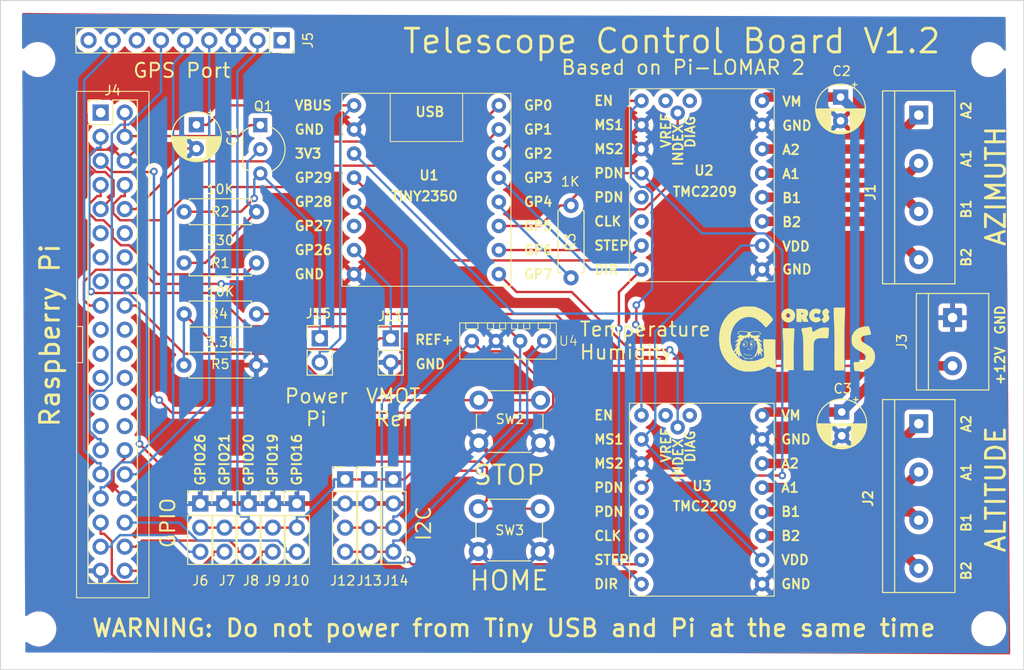
<source format=kicad_pcb>
(kicad_pcb (version 20240108) (generator "pcbnew") (generator_version "8.0")
  (layers (0 "F.Cu" signal) (31 "B.Cu" signal) (34 "B.Paste" user) (35 "F.Paste" user) (36 "B.SilkS" user "B.Silkscreen") (37 "F.SilkS" user "F.Silkscreen") (38 "B.Mask" user) (39 "F.Mask" user) (44 "Edge.Cuts" user))
  (net 0 "")
  (net 1 "VTINY")
  (net 2 "GND")
  (net 3 "VMOT")
  (net 4 "Net-(J1-Pin_1)")
  (net 5 "Net-(J1-Pin_2)")
  (net 6 "Net-(J1-Pin_3)")
  (net 7 "Net-(J1-Pin_4)")
  (net 8 "Net-(J2-Pin_1)")
  (net 9 "Net-(J2-Pin_2)")
  (net 10 "Net-(J2-Pin_3)")
  (net 11 "Net-(J2-Pin_4)")
  (net 13 "5V")
  (net 14 "TSWITCH")
  (net 15 "TX2RX")
  (net 16 "RX2TX")
  (net 29 "GPSFIX")
  (net 30 "GPSEN")
  (net 31 "Net-(Q1-B)")
  (net 32 "Net-(U1-GP4)")
  (net 33 "3V3")
  (net 34 "EN")
  (net 35 "VIN")
  (net 36 "GPSRX")
  (net 37 "GPSTX")
  (net 51 "AZMSTEP")
  (net 52 "ALTSTEP")
  (net 53 "AZMDIAG")
  (net 54 "ALTDIAG")
  (net 55 "DIR")
  (net 56 "UART")
  (net 57 "SDA")
  (net 58 "SCL")
  (net 59 "GPIO19")
  (net 60 "GPIO16")
  (net 61 "GPIO26")
  (net 62 "GPIO20")
  (net 63 "GPIO21")
  (net 64 "Net-(J4-Pin_16)")
  (net 65 "Net-(J4-Pin_18)")
  (net 66 "Net-(J11-Pin_1)")
  (net 69 "Net-(J15-Pin_1)")
  (footprint "Connector_PinHeader_2.54mm:PinHeader_1x03_P2.54mm_Vertical" (layer "F.Cu") (at 127.8382 106.1974)
    (property "Reference" "J9")
    (property "Value" "GPI19")
  )
  (footprint "TerminalBlock:TerminalBlock_bornier-2_P5.08mm" (layer "F.Cu") (at 199.39 86.614 -90)
    (property "Reference" "J3")
    (property "Value" "Power 12V")
  )
  (footprint "Capacitor_THT:CP_Radial_D5.0mm_P2.50mm" (layer "F.Cu") (at 119.8118 66.3086 -90)
    (property "Reference" "C1")
    (property "Value" "47uF")
  )
  (footprint "MountingHole:MountingHole_3.2mm_M3" (layer "F.Cu") (at 103.124 59.436)
    (property "Reference" "H1" (hide yes))
    (property "Value" "MountingHole_3.2mm_M3")
  )
  (footprint "TerminalBlock:TerminalBlock_bornier-4_P5.08mm" (layer "F.Cu") (at 195.834 65.278 -90)
    (property "Reference" "J1")
    (property "Value" "Azimuth")
  )
  (footprint "Library:TMC2209" (layer "F.Cu") (at 175.5394 90.551)
    (property "Reference" "U3")
    (property "Value" "~")
  )
  (footprint "Library:Tiny2350" (layer "F.Cu") (at 144.018 57.912)
    (property "Reference" "U1")
    (property "Value" "~")
  )
  (footprint "Connector_PinHeader_2.54mm:PinHeader_1x02_P2.54mm_Vertical" (layer "F.Cu") (at 140.2588 88.7934)
    (property "Reference" "J11")
    (property "Value" "VMOTRef")
  )
  (footprint "Connector_PinHeader_2.54mm:PinHeader_1x03_P2.54mm_Vertical" (layer "F.Cu") (at 125.2982 106.1974)
    (property "Reference" "J8")
    (property "Value" "GPI20")
  )
  (footprint "Connector_PinHeader_2.54mm:PinHeader_1x02_P2.54mm_Vertical" (layer "F.Cu") (at 132.7912 88.7934)
    (property "Reference" "J15")
    (property "Value" "TinyPower")
  )
  (footprint "Button_Switch_THT:SW_PUSH_6mm_H5mm" (layer "F.Cu") (at 149.5309 95.3114)
    (property "Reference" "SW2")
    (property "Value" "HOME")
  )
  (footprint "Package_TO_SOT_THT:TO-92_Inline_Wide" (layer "F.Cu") (at 126.5384 66.3448 -90)
    (property "Reference" "Q1")
    (property "Value" "BC548")
  )
  (footprint "Connector_PinHeader_2.54mm:PinHeader_1x03_P2.54mm_Vertical" (layer "F.Cu") (at 122.7582 106.1974)
    (property "Reference" "J7")
    (property "Value" "GPIO21")
  )
  (footprint "Connector_PinHeader_2.54mm:PinHeader_1x03_P2.54mm_Vertical" (layer "F.Cu") (at 120.2182 106.1974)
    (property "Reference" "J6")
    (property "Value" "GPIO26")
  )
  (footprint "Capacitor_THT:CP_Radial_D5.0mm_P2.50mm" (layer "F.Cu") (at 187.7314 96.5616 -90)
    (property "Reference" "C3")
    (property "Value" "47uF")
  )
  (footprint "TerminalBlock:TerminalBlock_bornier-4_P5.08mm" (layer "F.Cu") (at 195.834 97.79 -90)
    (property "Reference" "J2")
    (property "Value" "Altitude")
  )
  (footprint "Connector_PinHeader_2.54mm:PinHeader_1x04_P2.54mm_Vertical" (layer "F.Cu") (at 140.5382 103.6574)
    (property "Reference" "J14")
    (property "Value" "I2C")
  )
  (footprint "MountingHole:MountingHole_3.2mm_M3" (layer "F.Cu") (at 103.2256 119.4054)
    (property "Reference" "H4" (hide yes))
    (property "Value" "MountingHole_3.2mm_M3")
  )
  (footprint "Capacitor_THT:CP_Radial_D5.0mm_P2.50mm" (layer "F.Cu") (at 187.6044 63.3892 -90)
    (property "Reference" "C2")
    (property "Value" "47uF")
  )
  (footprint "Library:AM2320" (layer "F.Cu") (at 161.7488 89.0778 -90)
    (property "Reference" "U4")
    (property "Value" "~")
  )
  (footprint "Resistor_THT:R_Axial_DIN0207_L6.3mm_D2.5mm_P7.62mm_Horizontal" (layer "F.Cu") (at 118.491 91.6178)
    (property "Reference" "R5")
    (property "Value" "3.3K")
  )
  (footprint "Connector_PinHeader_2.54mm:PinHeader_2x20_P2.54mm_Vertical" (layer "F.Cu") (at 109.728 65.024)
    (property "Reference" "J4")
    (property "Value" "Pi Connector")
  )
  (footprint "Resistor_THT:R_Axial_DIN0207_L6.3mm_D2.5mm_P7.62mm_Horizontal" (layer "F.Cu") (at 159.2326 82.423 90)
    (property "Reference" "R3")
    (property "Value" "1K")
  )
  (footprint "MountingHole:MountingHole_3.2mm_M3" (layer "F.Cu") (at 203.2 119.38)
    (property "Reference" "H3" (hide yes))
    (property "Value" "MountingHole_3.2mm_M3")
  )
  (footprint "Button_Switch_THT:SW_PUSH_6mm_H5mm" (layer "F.Cu") (at 149.4802 106.7414)
    (property "Reference" "SW3")
    (property "Value" "STOP")
  )
  (footprint "Resistor_THT:R_Axial_DIN0207_L6.3mm_D2.5mm_P7.62mm_Horizontal" (layer "F.Cu") (at 126.1364 75.4634 180)
    (property "Reference" "R2")
    (property "Value" "10K")
  )
  (footprint "Connector_PinHeader_2.54mm:PinHeader_1x03_P2.54mm_Vertical" (layer "F.Cu") (at 130.3782 106.1974)
    (property "Reference" "J10")
    (property "Value" "GPI16")
  )
  (footprint "Connector_PinSocket_2.54mm:PinSocket_1x09_P2.54mm_Vertical" (layer "F.Cu") (at 128.778 57.404 -90)
    (property "Reference" "J5")
    (property "Value" "GPS Module")
  )
  (footprint "LOGO" (layer "F.Cu") (at 183.1086 88.9254)
    (property "Reference" "G99" (hide yes))
    (property "Value" "LOGO" (hide yes))
  )
  (footprint "Connector_PinHeader_2.54mm:PinHeader_1x04_P2.54mm_Vertical" (layer "F.Cu") (at 137.9982 103.6574)
    (property "Reference" "J13")
    (property "Value" "I2C")
  )
  (footprint "Connector_PinHeader_2.54mm:PinHeader_1x04_P2.54mm_Vertical" (layer "F.Cu") (at 135.4582 103.6574)
    (property "Reference" "J12")
    (property "Value" "I2C")
  )
  (footprint "Resistor_THT:R_Axial_DIN0207_L6.3mm_D2.5mm_P7.62mm_Horizontal" (layer "F.Cu") (at 118.5164 86.233)
    (property "Reference" "R4")
    (property "Value" "10K")
  )
  (footprint "MountingHole:MountingHole_3.2mm_M3" (layer "F.Cu") (at 203.2 59.436)
    (property "Reference" "H2" (hide yes))
    (property "Value" "MountingHole_3.2mm_M3")
  )
  (footprint "Library:TMC2209" (layer "F.Cu") (at 175.5394 57.431)
    (property "Reference" "U2")
    (property "Value" "~")
  )
  (footprint "Resistor_THT:R_Axial_DIN0207_L6.3mm_D2.5mm_P7.62mm_Horizontal" (layer "F.Cu") (at 126.1364 80.8482 180)
    (property "Reference" "R1")
    (property "Value" "330")
  )
  (gr_rect (start 107.193 87.548) (end 107.828 91.358) (stroke (width 0.1)) (fill none) (layer "F.SilkS"))
  (gr_rect (start 107.193 62.783) (end 114.813 116.123) (stroke (width 0.1)) (fill none) (layer "F.SilkS"))
  (gr_rect (start 99.187 53.213) (end 206.883 123.698) (stroke (width 0.1)) (fill none) (layer "Edge.Cuts"))
  (gr_text "WARNING: Do not power from Tiny USB and Pi at the same time" (at 197.7644 120.3706 0) (layer "F.SilkS") (effects (font (size 1.8 1.8) (thickness 0.3)) (justify right bottom)))
  (gr_text "A1" (at 201.422 69.85 90) (layer "F.SilkS") (effects (font (size 1 1) (thickness 0.2) (bold yes)) (justify bottom)))
  (gr_text "ALTITUDE" (at 205.105 111.506 90) (layer "F.SilkS") (effects (font (size 2 2) (thickness 0.3)) (justify left bottom)))
  (gr_text "GPS Port" (at 113.03 61.468 0) (layer "F.SilkS") (effects (font (size 1.5 1.5) (thickness 0.2)) (justify left bottom)))
  (gr_text "A2" (at 201.422 97.79 90) (layer "F.SilkS") (effects (font (size 1 1) (thickness 0.2) (bold yes)) (justify bottom)))
  (gr_text "GPIO20" (at 125.2982 104.4194 90) (layer "F.SilkS") (effects (font (size 1 1) (thickness 0.2) (bold yes)) (justify left)))
  (gr_text "HOME" (at 148.412343 115.4938 0) (layer "F.SilkS") (effects (font (size 2 2) (thickness 0.25)) (justify left bottom)))
  (gr_text "GPIO21" (at 122.7582 104.4194 90) (layer "F.SilkS") (effects (font (size 1 1) (thickness 0.2) (bold yes)) (justify left)))
  (gr_text "GPIO16" (at 130.3782 104.4194 90) (layer "F.SilkS") (effects (font (size 1 1) (thickness 0.2) (bold yes)) (justify left)))
  (gr_text "A2" (at 201.422 64.77 90) (layer "F.SilkS") (effects (font (size 1 1) (thickness 0.2) (bold yes)) (justify bottom)))
  (gr_text "GND" (at 142.7734 91.5162 0) (layer "F.SilkS") (effects (font (size 1 1) (thickness 0.2) (bold yes)) (justify left)))
  (gr_text "Power\nPi" (at 132.4356 98.171 0) (layer "F.SilkS") (effects (font (size 1.5 1.5) (thickness 0.2)) (justify bottom)))
  (gr_text "B1" (at 201.422 108.204 90) (layer "F.SilkS") (effects (font (size 1 1) (thickness 0.2) (bold yes)) (justify bottom)))
  (gr_text "GND" (at 204.978 86.868 90) (layer "F.SilkS") (effects (font (size 1 1) (thickness 0.2) (bold yes)) (justify bottom)))
  (gr_text "GPIO" (at 117.6782 111.0234 90) (layer "F.SilkS") (effects (font (size 1.5 1.5) (thickness 0.2)) (justify left bottom)))
  (gr_text "A1" (at 201.422 102.87 90) (layer "F.SilkS") (effects (font (size 1 1) (thickness 0.2) (bold yes)) (justify bottom)))
  (gr_text "Telescope Control Board V1.2" (at 141.351 58.9534 0) (layer "F.SilkS") (effects (font (size 2.5 2.5) (thickness 0.3)) (justify left bottom)))
  (gr_text "+12V" (at 204.978 91.694 90) (layer "F.SilkS") (effects (font (size 1 1) (thickness 0.2) (bold yes)) (justify bottom)))
  (gr_text "GPIO19" (at 127.8382 104.4194 90) (layer "F.SilkS") (effects (font (size 1 1) (thickness 0.2) (bold yes)) (justify left)))
  (gr_text "B2" (at 201.422 113.284 90) (layer "F.SilkS") (effects (font (size 1 1) (thickness 0.2) (bold yes)) (justify bottom)))
  (gr_text "I2C" (at 144.6022 110.2614 90) (layer "F.SilkS") (effects (font (size 1.5 1.5) (thickness 0.2)) (justify left bottom)))
  (gr_text "B2" (at 201.422 80.264 90) (layer "F.SilkS") (effects (font (size 1 1) (thickness 0.2) (bold yes)) (justify bottom)))
  (gr_text "Based on Pi-LOMAR 2" (at 158.0896 61.1378 0) (layer "F.SilkS") (effects (font (size 1.5 1.5) (thickness 0.2)) (justify left bottom)))
  (gr_text "REF+" (at 142.7226 88.9508 0) (layer "F.SilkS") (effects (font (size 1 1) (thickness 0.2) (bold yes)) (justify left)))
  (gr_text "Raspberry Pi" (at 105.5624 98.298 90) (layer "F.SilkS") (effects (font (size 2 2) (thickness 0.3)) (justify left bottom)))
  (gr_text "VMOT\nRef" (at 140.5128 98.171 0) (layer "F.SilkS") (effects (font (size 1.5 1.5) (thickness 0.2)) (justify bottom)))
  (gr_text "STOP" (at 148.844 104.3686 0) (layer "F.SilkS") (effects (font (size 2 2) (thickness 0.25)) (justify left bottom)))
  (gr_text "GPIO26" (at 120.2182 104.4194 90) (layer "F.SilkS") (effects (font (size 1 1) (thickness 0.2) (bold yes)) (justify left)))
  (gr_text "AZIMUTH" (at 205.105 79.248 90) (layer "F.SilkS") (effects (font (size 2 2) (thickness 0.3)) (justify left bottom)))
  (gr_text "Temperature\nHumidity" (at 160.02 91.1352 0) (layer "F.SilkS") (effects (font (size 1.5 1.5) (thickness 0.2)) (justify left bottom)))
  (gr_text "B1" (at 201.422 75.184 90) (layer "F.SilkS") (effects (font (size 1 1) (thickness 0.2) (bold yes)) (justify bottom)))
  (segment (start 136.398 64.262) (end 122.9851 64.262) (width 0.25) (layer "F.Cu") (net 1))
  (segment (start 119.8118 66.3086) (end 120.9385 66.3086) (width 0.25) (layer "F.Cu") (net 1))
  (segment (start 122.9851 64.262) (end 120.9385 66.3086) (width 0.25) (layer "F.Cu") (net 1))
  (segment (start 134.9451 65.7148) (end 134.9452 65.7148) (width 0.25) (layer "B.Cu") (net 1))
  (segment (start 132.7912 91.3334) (end 132.7912 90.1567) (width 0.25) (layer "B.Cu") (net 1))
  (segment (start 134.9451 88.8118) (end 134.9451 65.7148) (width 0.25) (layer "B.Cu") (net 1))
  (segment (start 133.6002 90.1567) (end 134.9451 88.8118) (width 0.25) (layer "B.Cu") (net 1))
  (segment (start 134.9452 65.7148) (end 136.398 64.262) (width 0.25) (layer "B.Cu") (net 1))
  (segment (start 132.7912 90.1567) (end 133.6002 90.1567) (width 0.25) (layer "B.Cu") (net 1))
  (segment (start 111.093 72.157299) (end 111.093 73.819) (width 0.25) (layer "F.Cu") (net 2))
  (segment (start 112.268 101.462299) (end 111.093 102.637299) (width 0.25) (layer "F.Cu") (net 2))
  (segment (start 108.553 70.590701) (end 109.241299 71.279) (width 0.25) (layer "F.Cu") (net 2))
  (segment (start 111.093 68.929) (end 109.241299 68.929) (width 0.25) (layer "F.Cu") (net 2))
  (segment (start 112.268 70.104) (end 113.5634 68.8086) (width 0.25) (layer "F.Cu") (net 2))
  (segment (start 113.5634 68.8086) (end 119.8118 68.8086) (width 0.25) (layer "F.Cu") (net 2))
  (segment (start 109.241299 68.929) (end 108.553 69.617299) (width 0.25) (layer "F.Cu") (net 2))
  (segment (start 109.241299 71.279) (end 110.214701 71.279) (width 0.25) (layer "F.Cu") (net 2))
  (segment (start 111.093 102.637299) (end 111.093 104.489) (width 0.25) (layer "F.Cu") (net 2))
  (segment (start 108.553 69.617299) (end 108.553 70.590701) (width 0.25) (layer "F.Cu") (net 2))
  (segment (start 111.093 104.489) (end 112.268 105.664) (width 0.25) (layer "F.Cu") (net 2))
  (segment (start 110.214701 71.279) (end 111.093 72.157299) (width 0.25) (layer "F.Cu") (net 2))
  (segment (start 111.093 73.819) (end 109.728 75.184) (width 0.25) (layer "F.Cu") (net 2))
  (segment (start 112.268 100.584) (end 112.268 101.462299) (width 0.25) (layer "F.Cu") (net 2))
  (segment (start 112.268 70.104) (end 111.093 68.929) (width 0.25) (layer "F.Cu") (net 2))
  (segment (start 179.3492 96.9008) (end 179.349 96.901) (width 1) (layer "F.Cu") (net 3))
  (segment (start 187.604 63.3892) (end 179.741 63.3892) (width 1) (layer "F.Cu") (net 3))
  (segment (start 179.3494 63.781) (end 179.3492 63.7808) (width 0.25) (layer "F.Cu") (net 3))
  (segment (start 199.39 91.694) (end 192.599 91.694) (width 1) (layer "F.Cu") (net 3))
  (segment (start 192.599 91.694) (end 187.731 96.5616) (width 1) (layer "F.Cu") (net 3))
  (segment (start 183.71 96.5616) (end 179.689 96.5616) (width 1) (layer "F.Cu") (net 3))
  (segment (start 179.3494 96.901) (end 179.3492 96.9008) (width 0.25) (layer "F.Cu") (net 3))
  (segment (start 179.689 96.5616) (end 179.3492 96.9008) (width 1) (layer "F.Cu") (net 3))
  (segment (start 179.3492 63.7808) (end 179.349 63.781) (width 1) (layer "F.Cu") (net 3))
  (segment (start 183.71 96.5616) (end 187.7314 96.5616) (width 0.25) (layer "F.Cu") (net 3))
  (segment (start 187.604 63.3892) (end 187.6044 63.3892) (width 0.25) (layer "F.Cu") (net 3))
  (segment (start 179.741 63.3892) (end 179.3492 63.7808) (width 1) (layer "F.Cu") (net 3))
  (segment (start 187.731 96.5616) (end 183.71 96.5616) (width 1) (layer "F.Cu") (net 3))
  (segment (start 157.6048 86.233) (end 126.1364 86.233) (width 0.25) (layer "F.Cu") (net 3))
  (segment (start 192.599 91.694) (end 163.0658 91.694) (width 0.25) (layer "F.Cu") (net 3))
  (segment (start 163.0658 91.694) (end 157.6048 86.233) (width 0.25) (layer "F.Cu") (net 3))
  (segment (start 189.104 95.1886) (end 187.7314 96.5612) (width 1) (layer "B.Cu") (net 3))
  (segment (start 189.104 64.8892) (end 189.104 95.1886) (width 1) (layer "B.Cu") (net 3))
  (segment (start 187.7314 96.5612) (end 187.731 96.5616) (width 1) (layer "B.Cu") (net 3))
  (segment (start 187.7314 96.5612) (end 187.7314 96.5616) (width 0.25) (layer "B.Cu") (net 3))
  (segment (start 187.604 63.3892) (end 187.6044 63.3896) (width 1) (layer "B.Cu") (net 3))
  (segment (start 187.6044 63.3896) (end 187.6044 63.3892) (width 0.25) (layer "B.Cu") (net 3))
  (segment (start 187.6044 63.3896) (end 189.104 64.8892) (width 1) (layer "B.Cu") (net 3))
  (segment (start 192.251 68.861) (end 195.834 65.278) (width 1) (layer "F.Cu") (net 4))
  (segment (start 179.349 68.861) (end 179.3494 68.861) (width 1) (layer "F.Cu") (net 4))
  (segment (start 179.3494 68.861) (end 192.251 68.861) (width 1) (layer "F.Cu") (net 4))
  (segment (start 179.3494 71.401) (end 194.791 71.401) (width 1) (layer "F.Cu") (net 5))
  (segment (start 179.349 71.401) (end 179.3494 71.401) (width 1) (layer "F.Cu") (net 5))
  (segment (start 194.791 71.401) (end 195.834 70.358) (width 1) (layer "F.Cu") (net 5))
  (segment (start 179.3494 73.941) (end 194.337 73.941) (width 1) (layer "F.Cu") (net 6))
  (segment (start 179.349 73.941) (end 179.3494 73.941) (width 1) (layer "F.Cu") (net 6))
  (segment (start 194.337 73.941) (end 195.834 75.438) (width 1) (layer "F.Cu") (net 6))
  (segment (start 179.349 76.481) (end 179.3494 76.481) (width 1) (layer "F.Cu") (net 7))
  (segment (start 191.797 76.481) (end 195.834 80.518) (width 1) (layer "F.Cu") (net 7))
  (segment (start 179.3494 76.481) (end 191.797 76.481) (width 1) (layer "F.Cu") (net 7))
  (segment (start 179.3494 101.981) (end 191.643 101.981) (width 1) (layer "F.Cu") (net 8))
  (segment (start 179.349 101.981) (end 179.3494 101.981) (width 1) (layer "F.Cu") (net 8))
  (segment (start 191.643 101.981) (end 195.834 97.79) (width 1) (layer "F.Cu") (net 8))
  (segment (start 179.3494 104.521) (end 194.183 104.521) (width 1) (layer "F.Cu") (net 9))
  (segment (start 194.183 104.521) (end 195.834 102.87) (width 1) (layer "F.Cu") (net 9))
  (segment (start 179.349 104.521) (end 179.3494 104.521) (width 1) (layer "F.Cu") (net 9))
  (segment (start 179.349 107.061) (end 179.3494 107.061) (width 1) (layer "F.Cu") (net 10))
  (segment (start 194.945 107.061) (end 195.834 107.95) (width 1) (layer "F.Cu") (net 10))
  (segment (start 179.3494 107.061) (end 194.945 107.061) (width 1) (layer "F.Cu") (net 10))
  (segment (start 179.349 109.601) (end 179.3494 109.601) (width 1) (layer "F.Cu") (net 11))
  (segment (start 179.3494 109.601) (end 192.405 109.601) (width 1) (layer "F.Cu") (net 11))
  (segment (start 192.405 109.601) (end 195.834 113.03) (width 1) (layer "F.Cu") (net 11))
  (segment (start 112.268 67.4962) (end 124.3103 67.4962) (width 0.25) (layer "F.Cu") (net 13))
  (segment (start 124.3103 67.4962) (end 125.4617 66.3448) (width 0.25) (layer "F.Cu") (net 13))
  (segment (start 112.268 67.4962) (end 112.268 67.564) (width 0.25) (layer "F.Cu") (net 13))
  (segment (start 126.5384 66.3448) (end 125.4617 66.3448) (width 0.25) (layer "F.Cu") (net 13))
  (segment (start 112.268 65.024) (end 112.268 67.4962) (width 0.25) (layer "F.Cu") (net 13))
  (segment (start 110.0436 76.3607) (end 110.998 77.3151) (width 0.25) (layer "F.Cu") (net 14))
  (segment (start 124.9359 82.0487) (end 126.1364 80.8482) (width 0.25) (layer "F.Cu") (net 14))
  (segment (start 109.728 72.644) (end 109.728 73.8207) (width 0.25) (layer "F.Cu") (net 14))
  (segment (start 109.2383 76.3607) (end 110.0436 76.3607) (width 0.25) (layer "F.Cu") (net 14))
  (segment (start 111.8372 78.994) (end 112.7406 78.994) (width 0.25) (layer "F.Cu") (net 14))
  (segment (start 110.998 77.3151) (end 110.998 78.1548) (width 0.25) (layer "F.Cu") (net 14))
  (segment (start 115.7953 82.0487) (end 124.9359 82.0487) (width 0.25) (layer "F.Cu") (net 14))
  (segment (start 110.998 78.1548) (end 111.8372 78.994) (width 0.25) (layer "F.Cu") (net 14))
  (segment (start 112.7406 78.994) (end 115.7953 82.0487) (width 0.25) (layer "F.Cu") (net 14))
  (segment (start 109.3603 73.8207) (end 108.5372 74.6438) (width 0.25) (layer "F.Cu") (net 14))
  (segment (start 108.5372 75.6596) (end 109.2383 76.3607) (width 0.25) (layer "F.Cu") (net 14))
  (segment (start 108.5372 74.6438) (end 108.5372 75.6596) (width 0.25) (layer "F.Cu") (net 14))
  (segment (start 109.728 73.8207) (end 109.3603 73.8207) (width 0.25) (layer "F.Cu") (net 14))
  (segment (start 112.268 73.8207) (end 111.9003 73.8207) (width 0.25) (layer "F.Cu") (net 15))
  (segment (start 111.9003 73.8207) (end 111.0527 74.6683) (width 0.25) (layer "F.Cu") (net 15))
  (segment (start 119.5256 72.8607) (end 129.7829 72.8607) (width 0.25) (layer "F.Cu") (net 15))
  (segment (start 112.268 72.644) (end 112.268 73.8207) (width 0.25) (layer "F.Cu") (net 15))
  (segment (start 129.7829 72.8607) (end 132.0316 70.612) (width 0.25) (layer "F.Cu") (net 15))
  (segment (start 111.0527 75.6335) (end 111.7809 76.3617) (width 0.25) (layer "F.Cu") (net 15))
  (segment (start 116.0246 76.3617) (end 119.5256 72.8607) (width 0.25) (layer "F.Cu") (net 15))
  (segment (start 111.0527 74.6683) (end 111.0527 75.6335) (width 0.25) (layer "F.Cu") (net 15))
  (segment (start 147.828 70.612) (end 151.638 66.802) (width 0.25) (layer "F.Cu") (net 15))
  (segment (start 111.7809 76.3617) (end 116.0246 76.3617) (width 0.25) (layer "F.Cu") (net 15))
  (segment (start 132.0316 70.612) (end 147.828 70.612) (width 0.25) (layer "F.Cu") (net 15))
  (segment (start 112.268 75.184) (end 113.4447 75.184) (width 0.25) (layer "F.Cu") (net 16))
  (segment (start 133.9349 68.072) (end 131.8521 70.1548) (width 0.25) (layer "F.Cu") (net 16))
  (segment (start 118.4739 70.1548) (end 113.4447 75.184) (width 0.25) (layer "F.Cu") (net 16))
  (segment (start 131.8521 70.1548) (end 118.4739 70.1548) (width 0.25) (layer "F.Cu") (net 16))
  (segment (start 151.638 64.262) (end 147.828 68.072) (width 0.25) (layer "F.Cu") (net 16))
  (segment (start 147.828 68.072) (end 133.9349 68.072) (width 0.25) (layer "F.Cu") (net 16))
  (segment (start 108.5512 98.5315) (end 109.4269 99.4072) (width 0.25) (layer "B.Cu") (net 29))
  (segment (start 109.728 100.584) (end 109.728 99.4073) (width 0.25) (layer "B.Cu") (net 29))
  (segment (start 109.2405 94.3273) (end 108.5512 95.0166) (width 0.25) (layer "B.Cu") (net 29))
  (segment (start 112.6751 66.294) (end 111.8365 66.294) (width 0.25) (layer "B.Cu") (net 29))
  (segment (start 110.0938 94.3273) (end 109.2405 94.3273) (width 0.25) (layer "B.Cu") (net 29))
  (segment (start 110.9047 67.2258) (end 110.9047 93.5164) (width 0.25) (layer "B.Cu") (net 29))
  (segment (start 109.4269 99.4072) (end 109.728 99.4072) (width 0.25) (layer "B.Cu") (net 29))
  (segment (start 109.728 99.4072) (end 109.728 99.4073) (width 0.25) (layer "B.Cu") (net 29))
  (segment (start 116.078 57.404) (end 116.078 62.8911) (width 0.25) (layer "B.Cu") (net 29))
  (segment (start 108.5512 95.0166) (end 108.5512 98.5315) (width 0.25) (layer "B.Cu") (net 29))
  (segment (start 110.9047 93.5164) (end 110.0938 94.3273) (width 0.25) (layer "B.Cu") (net 29))
  (segment (start 116.078 62.8911) (end 112.6751 66.294) (width 0.25) (layer "B.Cu") (net 29))
  (segment (start 111.8365 66.294) (end 110.9047 67.2258) (width 0.25) (layer "B.Cu") (net 29))
  (segment (start 109.3603 101.9473) (end 109.728 101.9473) (width 0.25) (layer "B.Cu") (net 30))
  (segment (start 110.998 58.5807) (end 107.9967 61.582) (width 0.25) (layer "B.Cu") (net 30))
  (segment (start 109.728 103.124) (end 109.728 101.9473) (width 0.25) (layer "B.Cu") (net 30))
  (segment (start 110.998 57.404) (end 110.998 58.5807) (width 0.25) (layer "B.Cu") (net 30))
  (segment (start 107.9967 100.5837) (end 109.3603 101.9473) (width 0.25) (layer "B.Cu") (net 30))
  (segment (start 107.9967 61.582) (end 107.9967 100.5837) (width 0.25) (layer "B.Cu") (net 30))
  (segment (start 119.6431 80.8482) (end 120.7516 80.8482) (width 0.25) (layer "F.Cu") (net 31))
  (segment (start 120.7516 80.8482) (end 126.1364 75.4634) (width 0.25) (layer "F.Cu") (net 31))
  (segment (start 118.5164 80.8482) (end 119.6431 80.8482) (width 0.25) (layer "F.Cu") (net 31))
  (segment (start 126.1364 75.4634) (end 125.1712 74.4982) (width 0.25) (layer "B.Cu") (net 31))
  (segment (start 125.1712 70.252) (end 126.5384 68.8848) (width 0.25) (layer "B.Cu") (net 31))
  (segment (start 125.1712 74.4982) (end 125.1712 70.252) (width 0.25) (layer "B.Cu") (net 31))
  (segment (start 159.2326 82.423) (end 151.638 74.8284) (width 0.25) (layer "B.Cu") (net 32))
  (segment (start 151.638 74.8284) (end 151.638 74.422) (width 0.25) (layer "B.Cu") (net 32))
  (segment (start 153.251 86.1949) (end 169.99 86.1949) (width 0.25) (layer "B.Cu") (net 33))
  (segment (start 166.6494 99.4414) (end 166.6494 99.441) (width 0.25) (layer "B.Cu") (net 33))
  (segment (start 179.3494 79.021) (end 179.349 79.021) (width 0.25) (layer "B.Cu") (net 33))
  (segment (start 179.3494 112.141) (end 179.349 112.141) (width 0.25) (layer "B.Cu") (net 33))
  (segment (start 168.102 88.082) (end 169.99 86.1949) (width 0.25) (layer "B.Cu") (net 33))
  (segment (start 168.102 97.988) (end 168.102 88.082) (width 0.25) (layer "B.Cu") (net 33))
  (segment (start 177.163 79.021) (end 179.349 79.021) (width 0.25) (layer "B.Cu") (net 33))
  (segment (start 136.398 69.342) (end 153.251 86.1949) (width 0.25) (layer "B.Cu") (net 33))
  (segment (start 179.349 112.141) (end 166.6494 99.4414) (width 0.25) (layer "B.Cu") (net 33))
  (segment (start 166.6494 99.4414) (end 166.649 99.441) (width 0.25) (layer "B.Cu") (net 33))
  (segment (start 166.649 99.441) (end 168.102 97.988) (width 0.25) (layer "B.Cu") (net 33))
  (segment (start 169.99 86.1949) (end 177.163 79.021) (width 0.25) (layer "B.Cu") (net 33))
  (segment (start 166.1062 85.2989) (end 166.1062 87.2998) (width 0.25) (layer "F.Cu") (net 34))
  (segment (start 151.638 69.342) (end 157.199 63.781) (width 0.25) (layer "F.Cu") (net 34))
  (segment (start 157.199 63.781) (end 166.6494 63.781) (width 0.25) (layer "F.Cu") (net 34))
  (segment (start 166.1062 87.2998) (end 166.0493 87.3567) (width 0.25) (layer "F.Cu") (net 34))
  (via (at 166.0493 87.3567) (size 0.8) (drill 0.4) (layers "F.Cu" "B.Cu") (net 34))
  (via (at 166.1062 85.2989) (size 0.8) (drill 0.4) (layers "F.Cu" "B.Cu") (net 34))
  (segment (start 166.5363 72.8523) (end 167.1066 72.8523) (width 0.25) (layer "B.Cu") (net 34))
  (segment (start 166.6494 96.901) (end 166.6494 87.9568) (width 0.25) (layer "B.Cu") (net 34))
  (segment (start 167.7681 73.5138) (end 167.7681 83.637) (width 0.25) (layer "B.Cu") (net 34))
  (segment (start 167.1066 72.8523) (end 167.7681 73.5138) (width 0.25) (layer "B.Cu") (net 34))
  (segment (start 167.7681 83.637) (end 166.1062 85.2989) (width 0.25) (layer "B.Cu") (net 34))
  (segment (start 165.5309 71.8469) (end 166.5363 72.8523) (width 0.25) (layer "B.Cu") (net 34))
  (segment (start 166.6494 87.9568) (end 166.0493 87.3567) (width 0.25) (layer "B.Cu") (net 34))
  (segment (start 165.5309 64.8995) (end 165.5309 71.8469) (width 0.25) (layer "B.Cu") (net 34))
  (segment (start 166.6494 63.781) (end 165.5309 64.8995) (width 0.25) (layer "B.Cu") (net 34))
  (segment (start 107.9612 82.8469) (end 107.9612 84.7539) (width 0.25) (layer "F.Cu") (net 35))
  (segment (start 140.5382 103.6574) (end 141.7149 103.6574) (width 0.25) (layer "F.Cu") (net 35))
  (segment (start 125.2982 108.7374) (end 127.8382 108.7374) (width 0.25) (layer "F.Cu") (net 35))
  (segment (start 115.4058 83.0626) (end 113.9203 81.5771) (width 0.25) (layer "F.Cu") (net 35))
  (segment (start 137.9982 103.6574) (end 140.5382 103.6574) (width 0.25) (layer "F.Cu") (net 35))
  (segment (start 142.633 102.7393) (end 141.7149 103.6574) (width 0.25) (layer "F.Cu") (net 35))
  (segment (start 113.9203 81.5771) (end 109.231 81.5771) (width 0.25) (layer "F.Cu") (net 35))
  (segment (start 107.9612 84.7539) (end 108.5513 85.344) (width 0.25) (layer "F.Cu") (net 35))
  (segment (start 122.4205 83.0626) (end 115.4058 83.0626) (width 0.25) (layer "F.Cu") (net 35))
  (segment (start 109.728 85.344) (end 108.5513 85.344) (width 0.25) (layer "F.Cu") (net 35))
  (segment (start 109.231 81.5771) (end 107.9612 82.8469) (width 0.25) (layer "F.Cu") (net 35))
  (segment (start 135.4582 103.6574) (end 137.9982 103.6574) (width 0.25) (layer "F.Cu") (net 35))
  (segment (start 130.3782 108.7374) (end 127.8382 108.7374) (width 0.25) (layer "F.Cu") (net 35))
  (segment (start 149.6139 102.7393) (end 142.633 102.7393) (width 0.25) (layer "F.Cu") (net 35))
  (segment (start 122.7582 108.7374) (end 125.2982 108.7374) (width 0.25) (layer "F.Cu") (net 35))
  (segment (start 120.2182 108.7374) (end 122.7582 108.7374) (width 0.25) (layer "F.Cu") (net 35))
  (via (at 122.4205 83.0626) (size 0.8) (drill 0.4) (layers "F.Cu" "B.Cu") (net 35))
  (via (at 149.6139 102.7393) (size 0.8) (drill 0.4) (layers "F.Cu" "B.Cu") (net 35))
  (segment (start 124.12 107.1915) (end 124.4892 107.5607) (width 0.25) (layer "B.Cu") (net 35))
  (segment (start 134.2815 104.4664) (end 131.1872 107.5607) (width 0.25) (layer "B.Cu") (net 35))
  (segment (start 125.2982 108.7374) (end 125.2982 107.5607) (width 0.25) (layer "B.Cu") (net 35))
  (segment (start 126.238 58.5807) (end 124.12 60.6987) (width 0.25) (layer "B.Cu") (net 35))
  (segment (start 124.4892 107.5607) (end 125.2982 107.5607) (width 0.25) (layer "B.Cu") (net 35))
  (segment (start 131.1872 107.5607) (end 130.3782 107.5607) (width 0.25) (layer "B.Cu") (net 35))
  (segment (start 124.12 60.6987) (end 124.12 83.0626) (width 0.25) (layer "B.Cu") (net 35))
  (segment (start 156.4148 89.0778) (end 154.6184 90.8742) (width 0.25) (layer "B.Cu") (net 35))
  (segment (start 154.6184 90.8742) (end 154.6184 97.7348) (width 0.25) (layer "B.Cu") (net 35))
  (segment (start 124.12 83.0626) (end 124.12 107.1915) (width 0.25) (layer "B.Cu") (net 35))
  (segment (start 135.4582 103.6574) (end 134.2815 103.6574) (width 0.25) (layer "B.Cu") (net 35))
  (segment (start 124.12 83.0626) (end 122.4205 83.0626) (width 0.25) (layer "B.Cu") (net 35))
  (segment (start 134.2815 103.6574) (end 134.2815 104.4664) (width 0.25) (layer "B.Cu") (net 35))
  (segment (start 130.3782 108.7374) (end 130.3782 107.5607) (width 0.25) (layer "B.Cu") (net 35))
  (segment (start 126.238 57.404) (end 126.238 58.5807) (width 0.25) (layer "B.Cu") (net 35))
  (segment (start 154.6184 97.7348) (end 149.6139 102.7393) (width 0.25) (layer "B.Cu") (net 35))
  (segment (start 112.268 103.124) (end 113.4447 103.124) (width 0.25) (layer "B.Cu") (net 36))
  (segment (start 113.4447 103.124) (end 121.158 95.4107) (width 0.25) (layer "B.Cu") (net 36))
  (segment (start 121.158 95.4107) (end 121.158 57.404) (width 0.25) (layer "B.Cu") (net 36))
  (segment (start 118.618 57.404) (end 118.618 58.5807) (width 0.25) (layer "B.Cu") (net 37))
  (segment (start 110.9047 103.6784) (end 110.9047 102.7864) (width 0.25) (layer "B.Cu") (net 37))
  (segment (start 117.3609 59.8378) (end 118.618 58.5807) (width 0.25) (layer "B.Cu") (net 37))
  (segment (start 109.728 105.664) (end 109.728 104.4873) (width 0.25) (layer "B.Cu") (net 37))
  (segment (start 109.728 104.4873) (end 110.0958 104.4873) (width 0.25) (layer "B.Cu") (net 37))
  (segment (start 117.3609 97.4143) (end 117.3609 59.8378) (width 0.25) (layer "B.Cu") (net 37))
  (segment (start 110.9047 102.7864) (end 111.8372 101.8539) (width 0.25) (layer "B.Cu") (net 37))
  (segment (start 110.0958 104.4873) (end 110.9047 103.6784) (width 0.25) (layer "B.Cu") (net 37))
  (segment (start 111.8372 101.8539) (end 112.9213 101.8539) (width 0.25) (layer "B.Cu") (net 37))
  (segment (start 112.9213 101.8539) (end 117.3609 97.4143) (width 0.25) (layer "B.Cu") (net 37))
  (segment (start 145.1082 80.5922) (end 165.0782 80.5922) (width 0.25) (layer "F.Cu") (net 51))
  (segment (start 136.398 71.882) (end 145.1082 80.5922) (width 0.25) (layer "F.Cu") (net 51))
  (segment (start 165.0782 80.5922) (end 166.6494 79.021) (width 0.25) (layer "F.Cu") (net 51))
  (segment (start 141.9816 112.086) (end 142.4906 112.595) (width 0.25) (layer "F.Cu") (net 52))
  (segment (start 166.1954 112.595) (end 166.6494 112.141) (width 0.25) (layer "F.Cu") (net 52))
  (segment (start 142.4906 112.595) (end 166.1954 112.595) (width 0.25) (layer "F.Cu") (net 52))
  (via (at 141.9816 112.086) (size 0.8) (drill 0.4) (layers "F.Cu" "B.Cu") (net 52))
  (segment (start 136.398 74.422) (end 141.4355 79.4595) (width 0.25) (layer "B.Cu") (net 52))
  (segment (start 139.3261 111.8257) (end 139.9607 112.4603) (width 0.25) (layer "B.Cu") (net 52))
  (segment (start 139.9607 112.4603) (end 141.6073 112.4603) (width 0.25) (layer "B.Cu") (net 52))
  (segment (start 139.3261 95.5096) (end 139.3261 111.8257) (width 0.25) (layer "B.Cu") (net 52))
  (segment (start 141.4355 79.4595) (end 141.4355 93.4002) (width 0.25) (layer "B.Cu") (net 52))
  (segment (start 141.4355 93.4002) (end 139.3261 95.5096) (width 0.25) (layer "B.Cu") (net 52))
  (segment (start 141.6073 112.4603) (end 141.9816 112.086) (width 0.25) (layer "B.Cu") (net 52))
  (segment (start 166.966 75.211) (end 170.4594 71.7176) (width 0.25) (layer "F.Cu") (net 53))
  (segment (start 166.1954 75.211) (end 166.966 75.211) (width 0.25) (layer "F.Cu") (net 53))
  (segment (start 161.9044 79.502) (end 166.1954 75.211) (width 0.25) (layer "F.Cu") (net 53))
  (segment (start 151.638 79.502) (end 161.9044 79.502) (width 0.25) (layer "F.Cu") (net 53))
  (segment (start 170.4594 71.7176) (end 170.4594 65.051) (width 0.25) (layer "F.Cu") (net 53))
  (segment (start 159.305 83.9146) (end 165.4024 90.012) (width 0.25) (layer "F.Cu") (net 54))
  (segment (start 165.4024 90.012) (end 169.6228 90.012) (width 0.25) (layer "F.Cu") (net 54))
  (segment (start 153.5106 83.9146) (end 159.305 83.9146) (width 0.25) (layer "F.Cu") (net 54))
  (segment (start 151.638 82.042) (end 153.5106 83.9146) (width 0.25) (layer "F.Cu") (net 54))
  (via (at 169.6228 90.012) (size 0.8) (drill 0.4) (layers "F.Cu" "B.Cu") (net 54))
  (segment (start 169.6228 90.012) (end 170.4594 90.8486) (width 0.25) (layer "B.Cu") (net 54))
  (segment (start 170.4594 90.8486) (end 170.4594 98.171) (width 0.25) (layer "B.Cu") (net 54))
  (segment (start 166.6494 81.561) (end 164.2746 83.9358) (width 0.25) (layer "F.Cu") (net 55))
  (segment (start 164.2746 83.9358) (end 164.2746 87.7502) (width 0.25) (layer "F.Cu") (net 55))
  (via (at 164.2746 87.7502) (size 0.8) (drill 0.4) (layers "F.Cu" "B.Cu") (net 55))
  (segment (start 164.2746 112.3062) (end 166.6494 114.681) (width 0.25) (layer "B.Cu") (net 55))
  (segment (start 151.638 71.882) (end 161.317 81.561) (width 0.25) (layer "B.Cu") (net 55))
  (segment (start 161.317 81.561) (end 166.6494 81.561) (width 0.25) (layer "B.Cu") (net 55))
  (segment (start 164.2746 87.7502) (end 164.2746 112.3062) (width 0.25) (layer "B.Cu") (net 55))
  (segment (start 159.2326 74.803) (end 158.6693 74.803) (width 0.25) (layer "F.Cu") (net 56))
  (segment (start 181.4672 103.251) (end 167.9194 103.251) (width 0.25) (layer "F.Cu") (net 56))
  (segment (start 158.6693 74.803) (end 158.1059 74.803) (width 0.25) (layer "F.Cu") (net 56))
  (segment (start 167.9194 103.251) (end 166.6494 104.521) (width 0.25) (layer "F.Cu") (net 56))
  (segment (start 155.9469 76.962) (end 151.638 76.962) (width 0.25) (layer "F.Cu") (net 56))
  (segment (start 158.1059 74.803) (end 155.9469 76.962) (width 0.25) (layer "F.Cu") (net 56))
  (segment (start 162.0713 71.401) (end 166.6494 71.401) (width 0.25) (layer "F.Cu") (net 56))
  (segment (start 158.6693 74.803) (end 162.0713 71.401) (width 0.25) (layer "F.Cu") (net 56))
  (via (at 181.4672 103.251) (size 0.8) (drill 0.4) (layers "F.Cu" "B.Cu") (net 56))
  (segment (start 172.9994 77.751) (end 166.6494 71.401) (width 0.25) (layer "B.Cu") (net 56))
  (segment (start 179.6403 77.751) (end 172.9994 77.751) (width 0.25) (layer "B.Cu") (net 56))
  (segment (start 181.4672 103.251) (end 181.4672 79.5779) (width 0.25) (layer "B.Cu") (net 56))
  (segment (start 181.4672 79.5779) (end 179.6403 77.751) (width 0.25) (layer "B.Cu") (net 56))
  (segment (start 137.9982 111.2774) (end 140.5382 111.2774) (width 0.25) (layer "F.Cu") (net 57))
  (segment (start 125.2117 87.5267) (end 121.7067 84.0217) (width 0.25) (layer "F.Cu") (net 57))
  (segment (start 135.4582 111.2774) (end 137.9982 111.2774) (width 0.25) (layer "F.Cu") (net 57))
  (segment (start 121.7067 84.0217) (end 108.8594 84.0217) (width 0.25) (layer "F.Cu") (net 57))
  (segment (start 153.8748 89.0778) (end 152.3237 87.5267) (width 0.25) (layer "F.Cu") (net 57))
  (segment (start 152.3237 87.5267) (end 125.2117 87.5267) (width 0.25) (layer "F.Cu") (net 57))
  (segment (start 108.8594 84.0217) (end 108.7234 83.8857) (width 0.25) (layer "F.Cu") (net 57))
  (via (at 108.7234 83.8857) (size 0.8) (drill 0.4) (layers "F.Cu" "B.Cu") (net 57))
  (segment (start 109.728 68.7407) (end 109.3602 68.7407) (width 0.25) (layer "B.Cu") (net 57))
  (segment (start 109.3602 68.7407) (end 108.5513 69.5496) (width 0.25) (layer "B.Cu") (net 57))
  (segment (start 108.5513 69.5496) (end 108.5513 83.7136) (width 0.25) (layer "B.Cu") (net 57))
  (segment (start 153.8748 97.3524) (end 141.1265 110.1007) (width 0.25) (layer "B.Cu") (net 57))
  (segment (start 108.5513 83.7136) (end 108.7234 83.8857) (width 0.25) (layer "B.Cu") (net 57))
  (segment (start 140.5382 111.2774) (end 140.5382 110.1007) (width 0.25) (layer "B.Cu") (net 57))
  (segment (start 109.728 67.564) (end 109.728 68.7407) (width 0.25) (layer "B.Cu") (net 57))
  (segment (start 141.1265 110.1007) (end 140.5382 110.1007) (width 0.25) (layer "B.Cu") (net 57))
  (segment (start 153.8748 89.0778) (end 153.8748 97.3524) (width 0.25) (layer "B.Cu") (net 57))
  (segment (start 109.728 70.104) (end 110.903 71.279) (width 0.25) (layer "F.Cu") (net 58))
  (segment (start 157.3559 94.5417) (end 152.979 90.1648) (width 0.25) (layer "F.Cu") (net 58))
  (segment (start 115.9002 95.3008) (end 117.2358 96.6364) (width 0.25) (layer "F.Cu") (net 58))
  (segment (start 115.284 71.279) (end 115.3414 71.2216) (width 0.25) (layer "F.Cu") (net 58))
  (segment (start 117.2358 96.6364) (end 156.579733 96.6364) (width 0.25) (layer "F.Cu") (net 58))
  (segment (start 152.979 90.1648) (end 149.8818 90.1648) (width 0.25) (layer "F.Cu") (net 58))
  (segment (start 110.903 71.279) (end 115.284 71.279) (width 0.25) (layer "F.Cu") (net 58))
  (segment (start 157.3559 95.860233) (end 157.3559 94.5417) (width 0.25) (layer "F.Cu") (net 58))
  (segment (start 156.579733 96.6364) (end 157.3559 95.860233) (width 0.25) (layer "F.Cu") (net 58))
  (segment (start 149.8818 90.1648) (end 148.7948 89.0778) (width 0.25) (layer "F.Cu") (net 58))
  (segment (start 135.4582 108.7374) (end 137.9982 108.7374) (width 0.25) (layer "F.Cu") (net 58))
  (segment (start 137.9982 108.7374) (end 140.5382 108.7374) (width 0.25) (layer "F.Cu") (net 58))
  (via (at 115.9002 95.3008) (size 0.8) (drill 0.4) (layers "F.Cu" "B.Cu") (net 58))
  (via (at 115.3414 71.2216) (size 0.8) (drill 0.4) (layers "F.Cu" "B.Cu") (net 58))
  (segment (start 148.7948 89.0778) (end 141.7149 96.1577) (width 0.25) (layer "B.Cu") (net 58))
  (segment (start 140.5382 108.7374) (end 140.5382 107.5607) (width 0.25) (layer "B.Cu") (net 58))
  (segment (start 115.3414 71.2216) (end 115.3414 94.742) (width 0.25) (layer "B.Cu") (net 58))
  (segment (start 141.7149 96.1577) (end 141.7149 106.7518) (width 0.25) (layer "B.Cu") (net 58))
  (segment (start 115.3414 94.742) (end 115.9002 95.3008) (width 0.25) (layer "B.Cu") (net 58))
  (segment (start 140.906 107.5607) (end 140.5382 107.5607) (width 0.25) (layer "B.Cu") (net 58))
  (segment (start 141.7149 106.7518) (end 140.906 107.5607) (width 0.25) (layer "B.Cu") (net 58))
  (segment (start 110.9047 110.1896) (end 110.0958 109.3807) (width 0.25) (layer "F.Cu") (net 59))
  (segment (start 110.9047 113.6306) (end 110.9047 110.1896) (width 0.25) (layer "F.Cu") (net 59))
  (segment (start 111.739 114.4649) (end 110.9047 113.6306) (width 0.25) (layer "F.Cu") (net 59))
  (segment (start 126.6615 111.2774) (end 126.6615 111.6451) (width 0.25) (layer "F.Cu") (net 59))
  (segment (start 110.0958 109.3807) (end 109.728 109.3807) (width 0.25) (layer "F.Cu") (net 59))
  (segment (start 123.8417 114.4649) (end 111.739 114.4649) (width 0.25) (layer "F.Cu") (net 59))
  (segment (start 109.728 108.204) (end 109.728 109.3807) (width 0.25) (layer "F.Cu") (net 59))
  (segment (start 127.8382 111.2774) (end 126.6615 111.2774) (width 0.25) (layer "F.Cu") (net 59))
  (segment (start 126.6615 111.6451) (end 123.8417 114.4649) (width 0.25) (layer "F.Cu") (net 59))
  (segment (start 119.9173 110.1007) (end 128.3926 110.1007) (width 0.25) (layer "B.Cu") (net 60))
  (segment (start 130.3782 111.2774) (end 129.2015 111.2774) (width 0.25) (layer "B.Cu") (net 60))
  (segment (start 128.3926 110.1007) (end 129.2015 110.9096) (width 0.25) (layer "B.Cu") (net 60))
  (segment (start 118.0206 108.204) (end 119.9173 110.1007) (width 0.25) (layer "B.Cu") (net 60))
  (segment (start 129.2015 110.9096) (end 129.2015 111.2774) (width 0.25) (layer "B.Cu") (net 60))
  (segment (start 112.268 108.204) (end 118.0206 108.204) (width 0.25) (layer "B.Cu") (net 60))
  (segment (start 117.2929 109.5288) (end 119.0415 111.2774) (width 0.25) (layer "B.Cu") (net 61))
  (segment (start 109.728 110.744) (end 110.9047 110.744) (width 0.25) (layer "B.Cu") (net 61))
  (segment (start 111.7522 109.5288) (end 117.2929 109.5288) (width 0.25) (layer "B.Cu") (net 61))
  (segment (start 120.2182 111.2774) (end 119.0415 111.2774) (width 0.25) (layer "B.Cu") (net 61))
  (segment (start 110.9047 110.744) (end 110.9047 110.3763) (width 0.25) (layer "B.Cu") (net 61))
  (segment (start 110.9047 110.3763) (end 111.7522 109.5288) (width 0.25) (layer "B.Cu") (net 61))
  (segment (start 114.088 110.1007) (end 123.3126 110.1007) (width 0.25) (layer "F.Cu") (net 62))
  (segment (start 113.4447 110.744) (end 114.088 110.1007) (width 0.25) (layer "F.Cu") (net 62))
  (segment (start 112.268 110.744) (end 113.4447 110.744) (width 0.25) (layer "F.Cu") (net 62))
  (segment (start 124.1215 110.9096) (end 124.1215 111.2774) (width 0.25) (layer "F.Cu") (net 62))
  (segment (start 123.3126 110.1007) (end 124.1215 110.9096) (width 0.25) (layer "F.Cu") (net 62))
  (segment (start 125.2982 111.2774) (end 124.1215 111.2774) (width 0.25) (layer "F.Cu") (net 62))
  (segment (start 112.268 113.284) (end 119.9426 113.284) (width 0.25) (layer "F.Cu") (net 63))
  (segment (start 122.7582 111.2774) (end 121.5815 111.2774) (width 0.25) (layer "F.Cu") (net 63))
  (segment (start 121.5815 111.6451) (end 121.5815 111.2774) (width 0.25) (layer "F.Cu") (net 63))
  (segment (start 119.9426 113.284) (end 121.5815 111.6451) (width 0.25) (layer "F.Cu") (net 63))
  (segment (start 150.39 105.8316) (end 149.4802 106.7414) (width 0.25) (layer "F.Cu") (net 64))
  (segment (start 150.39 102.4651) (end 150.39 105.8316) (width 0.25) (layer "F.Cu") (net 64))
  (segment (start 155.9802 106.7414) (end 149.4802 106.7414) (width 0.25) (layer "F.Cu") (net 64))
  (segment (start 113.8253 99.9222) (end 115.6854 101.7823) (width 0.25) (layer "F.Cu") (net 64))
  (segment (start 149.7072 101.7823) (end 150.39 102.4651) (width 0.25) (layer "F.Cu") (net 64))
  (segment (start 115.6854 101.7823) (end 149.7072 101.7823) (width 0.25) (layer "F.Cu") (net 64))
  (via (at 113.8253 99.9222) (size 0.8) (drill 0.4) (layers "F.Cu" "B.Cu") (net 64))
  (segment (start 113.8253 85.1703) (end 113.8253 99.9222) (width 0.25) (layer "B.Cu") (net 64))
  (segment (start 112.268 83.9807) (end 112.6357 83.9807) (width 0.25) (layer "B.Cu") (net 64))
  (segment (start 112.6357 83.9807) (end 113.8253 85.1703) (width 0.25) (layer "B.Cu") (net 64))
  (segment (start 112.268 82.804) (end 112.268 83.9807) (width 0.25) (layer "B.Cu") (net 64))
  (segment (start 156.0309 95.3114) (end 149.5309 95.3114) (width 0.25) (layer "F.Cu") (net 65))
  (segment (start 118.5225 90.4218) (end 130.2154 90.4218) (width 0.25) (layer "F.Cu") (net 65))
  (segment (start 130.2154 90.4218) (end 135.105 95.3114) (width 0.25) (layer "F.Cu") (net 65))
  (segment (start 112.268 85.344) (end 113.4447 85.344) (width 0.25) (layer "F.Cu") (net 65))
  (segment (start 135.105 95.3114) (end 149.5309 95.3114) (width 0.25) (layer "F.Cu") (net 65))
  (segment (start 113.4447 85.344) (end 118.5225 90.4218) (width 0.25) (layer "F.Cu") (net 65))
  (segment (start 122.2535 89.9701) (end 137.9054 89.9701) (width 0.25) (layer "F.Cu") (net 66))
  (segment (start 140.2588 88.7934) (end 139.0821 88.7934) (width 0.25) (layer "F.Cu") (net 66))
  (segment (start 118.5164 86.233) (end 122.2535 89.9701) (width 0.25) (layer "F.Cu") (net 66))
  (segment (start 137.9054 89.9701) (end 139.0821 88.7934) (width 0.25) (layer "F.Cu") (net 66))
  (segment (start 140.2588 83.3628) (end 136.398 79.502) (width 0.25) (layer "B.Cu") (net 66))
  (segment (start 118.5164 86.233) (end 118.491 86.2584) (width 0.25) (layer "B.Cu") (net 66))
  (segment (start 118.491 86.2584) (end 118.491 91.6178) (width 0.25) (layer "B.Cu") (net 66))
  (segment (start 140.2588 88.7934) (end 140.2588 83.3628) (width 0.25) (layer "B.Cu") (net 66))
  (segment (start 125.8979 74.0552) (end 124.4897 75.4634) (width 0.25) (layer "F.Cu") (net 69))
  (segment (start 124.4897 75.4634) (end 118.5164 75.4634) (width 0.25) (layer "F.Cu") (net 69))
  (via (at 125.8979 74.0552) (size 0.8) (drill 0.4) (layers "F.Cu" "B.Cu") (net 69))
  (segment (start 126.5384 71.4248) (end 125.8979 72.0653) (width 0.25) (layer "B.Cu") (net 69))
  (segment (start 125.8979 72.0653) (end 125.8979 74.0552) (width 0.25) (layer "B.Cu") (net 69))
  (segment (start 132.7912 77.6776) (end 132.7912 88.7934) (width 0.25) (layer "B.Cu") (net 69))
  (segment (start 126.5384 71.4248) (end 132.7912 77.6776) (width 0.25) (layer "B.Cu") (net 69))
  (zone (net 2) (net_name "GND") (layer "F.Cu") (connect_pads (clearance 0.5)) (min_thickness 0.25) (fill yes (thermal_gap 0.5) (thermal_bridge_width 0.5))
    (polygon (pts (xy 101.472171 54.523598) (xy 204.926371 55.260198) (xy 205.459771 122.087598) (xy 102.005571 121.604998)))
  )
  (zone (net 2) (net_name "GND") (layer "B.Cu") (connect_pads (clearance 0.5)) (min_thickness 0.25) (fill yes (thermal_gap 0.5) (thermal_bridge_width 0.5))
    (polygon (pts (xy 101.4476 54.61) (xy 204.978 54.9402) (xy 205.3336 121.9708) (xy 101.8032 121.8946)))
  )
)
</source>
